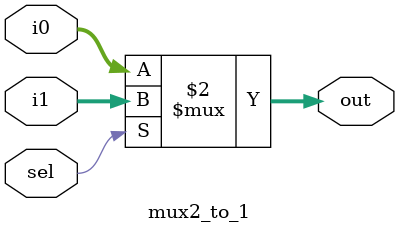
<source format=v>
`timescale 1ns/1ns

module mux2_to_1(i0, i1, sel, out);

input [3:0] i0, i1;
input sel;
output [3:0] out;

assign #5 out = ~sel ? i0 : i1;

endmodule

</source>
